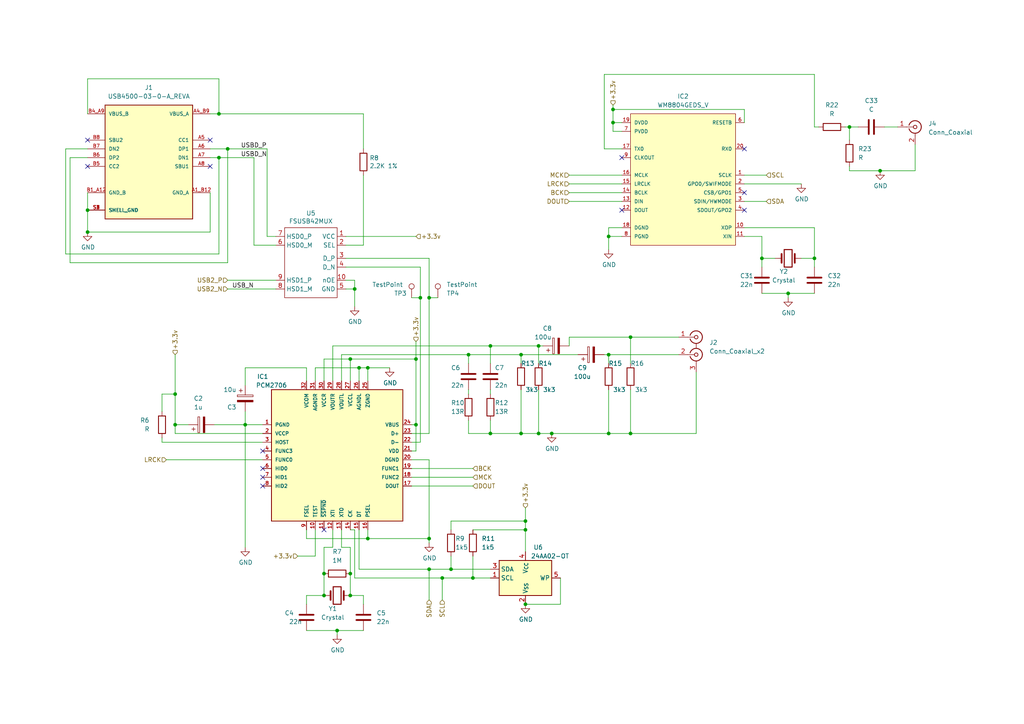
<source format=kicad_sch>
(kicad_sch (version 20230121) (generator eeschema)
  (paper "A4")
  (lib_symbols
    (symbol "CM4IO:FSUSB42MX"
      (property "Reference" "U" (at -7.62 20.32 0))
      (property "Value" "FSUSB42MX" (at -2.54 -2.54 0))
      (symbol "FSUSB42MX_0_0"
        (pin power_in line (at 8.89 16.51 180) (length 2.54) (name "VCC") (number "1"))
        (pin input line (at 8.89 3.81 180) (length 2.54) (name "nOE") (number "10"))
        (pin input line (at 8.89 13.97 180) (length 2.54) (name "SEL") (number "2"))
        (pin bidirectional line (at 8.89 10.16 180) (length 2.54) (name "D_P") (number "3"))
        (pin bidirectional line (at 8.89 7.62 180) (length 2.54) (name "D_N") (number "4"))
        (pin power_in line (at 8.89 1.27 180) (length 2.54) (name "GND") (number "5"))
        (pin bidirectional line (at -11.43 13.97 0) (length 2.54) (name "HSD0_M") (number "6"))
        (pin bidirectional line (at -11.43 16.51 0) (length 2.54) (name "HSD0_P") (number "7"))
        (pin bidirectional line (at -11.43 1.27 0) (length 2.54) (name "HSD1_M") (number "8"))
        (pin bidirectional line (at -11.43 3.81 0) (length 2.54) (name "HSD1_P") (number "9"))
      )
      (symbol "FSUSB42MX_0_1"
        (rectangle (start -8.89 19.05) (end 6.35 -1.27))
      )
    )
    (symbol "Connector:Conn_Coaxial" (pin_names (offset 1.016) hide)
      (property "Reference" "J" (at 0.254 3.048 0))
      (property "Value" "Conn_Coaxial" (at 2.921 0 90))
      (symbol "Conn_Coaxial_0_1"
        (arc (start -1.778 -0.508) (mid 0.2311 -1.8066) (end 1.778 0) (stroke (width 0.254)))
        (polyline (pts (xy -2.54 0) (xy -0.508 0)))
        (polyline (pts (xy 0 -2.54) (xy 0 -1.778)))
        (circle (center 0 0) (radius 0.508) (stroke (width 0.2032)))
        (arc (start 1.778 0) (mid 0.2099 1.8101) (end -1.778 0.508) (stroke (width 0.254)))
      )
      (symbol "Conn_Coaxial_1_1"
        (pin passive line (at -5.08 0 0) (length 2.54) (name "In") (number "1"))
        (pin passive line (at 0 -5.08 90) (length 2.54) (name "Ext") (number "2"))
      )
    )
    (symbol "Connector:Conn_Coaxial_x2" (pin_names (offset 1.016) hide)
      (property "Reference" "J" (at 0 5.715 0))
      (property "Value" "Conn_Coaxial_x2" (at 2.921 0 90))
      (symbol "Conn_Coaxial_x2_0_1"
        (arc (start -1.778 -3.048) (mid 0.2311 -4.3466) (end 1.778 -2.54) (stroke (width 0.254)))
        (arc (start -1.778 2.032) (mid 0.2311 0.7334) (end 1.778 2.54) (stroke (width 0.254)))
        (circle (center 0 -2.54) (radius 0.508) (stroke (width 0.2032)))
        (polyline (pts (xy -2.54 -2.54) (xy -0.508 -2.54)))
        (polyline (pts (xy -2.54 2.54) (xy -0.508 2.54)))
        (polyline (pts (xy 0 -5.08) (xy 0 -4.318)))
        (polyline (pts (xy 0 0.762) (xy 0 -0.635)))
        (circle (center 0 2.54) (radius 0.508) (stroke (width 0.2032)))
        (arc (start 1.778 -2.54) (mid 0.2099 -0.7299) (end -1.778 -2.032) (stroke (width 0.254)))
        (arc (start 1.778 2.54) (mid 0.2099 4.3501) (end -1.778 3.048) (stroke (width 0.254)))
      )
      (symbol "Conn_Coaxial_x2_1_1"
        (pin passive line (at -5.08 2.54 0) (length 2.54) (name "IN1") (number "1"))
        (pin passive line (at -5.08 -2.54 0) (length 2.54) (name "IN2") (number "2"))
        (pin passive line (at 0 -7.62 90) (length 2.54) (name "EXT") (number "3"))
      )
    )
    (symbol "Connector:TestPoint" (pin_numbers hide) (pin_names (offset 0.762) hide)
      (property "Reference" "TP" (at 0 6.858 0))
      (property "Value" "TestPoint" (at 0 5.08 0))
      (symbol "TestPoint_0_1"
        (circle (center 0 3.302) (radius 0.762))
      )
      (symbol "TestPoint_1_1"
        (pin passive line (at 0 0 90) (length 2.54) (name "1") (number "1"))
      )
    )
    (symbol "Device:C" (pin_numbers hide) (pin_names (offset 0.254))
      (property "Reference" "C" (at 0.635 2.54 0))
      (property "Value" "C" (at 0.635 -2.54 0))
      (symbol "C_0_1"
        (polyline (pts (xy -2.032 -0.762) (xy 2.032 -0.762)) (stroke (width 0.508)))
        (polyline (pts (xy -2.032 0.762) (xy 2.032 0.762)) (stroke (width 0.508)))
      )
      (symbol "C_1_1"
        (pin passive line (at 0 3.81 270) (length 2.794) (name "~") (number "1"))
        (pin passive line (at 0 -3.81 90) (length 2.794) (name "~") (number "2"))
      )
    )
    (symbol "Device:C_Polarized" (pin_numbers hide) (pin_names (offset 0.254))
      (property "Reference" "C" (at 0.635 2.54 0))
      (property "Value" "C_Polarized" (at 0.635 -2.54 0))
      (symbol "C_Polarized_0_1"
        (rectangle (start -2.286 0.508) (end 2.286 1.016))
        (polyline (pts (xy -1.778 2.286) (xy -0.762 2.286)))
        (polyline (pts (xy -1.27 2.794) (xy -1.27 1.778)))
        (rectangle (start 2.286 -0.508) (end -2.286 -1.016) (fill (type outline)))
      )
      (symbol "C_Polarized_1_1"
        (pin passive line (at 0 3.81 270) (length 2.794) (name "~") (number "1"))
        (pin passive line (at 0 -3.81 90) (length 2.794) (name "~") (number "2"))
      )
    )
    (symbol "Device:Crystal" (pin_numbers hide) (pin_names (offset 1.016) hide)
      (property "Reference" "Y" (at 0 3.81 0))
      (property "Value" "Crystal" (at 0 -3.81 0))
      (symbol "Crystal_0_1"
        (rectangle (start -1.143 2.54) (end 1.143 -2.54) (stroke (width 0.3048)))
        (polyline (pts (xy -2.54 0) (xy -1.905 0)))
        (polyline (pts (xy -1.905 -1.27) (xy -1.905 1.27)) (stroke (width 0.508)))
        (polyline (pts (xy 1.905 -1.27) (xy 1.905 1.27)) (stroke (width 0.508)))
        (polyline (pts (xy 2.54 0) (xy 1.905 0)))
      )
      (symbol "Crystal_1_1"
        (pin passive line (at -3.81 0 0) (length 1.27) (name "1") (number "1"))
        (pin passive line (at 3.81 0 180) (length 1.27) (name "2") (number "2"))
      )
    )
    (symbol "Device:R" (pin_numbers hide) (pin_names (offset 0))
      (property "Reference" "R" (at 2.032 0 90))
      (property "Value" "R" (at 0 0 90))
      (symbol "R_0_1"
        (rectangle (start -1.016 -2.54) (end 1.016 2.54) (stroke (width 0.254)))
      )
      (symbol "R_1_1"
        (pin passive line (at 0 3.81 270) (length 1.27) (name "~") (number "1"))
        (pin passive line (at 0 -3.81 90) (length 1.27) (name "~") (number "2"))
      )
    )
    (symbol "Memory_EEPROM:24AA02-OT"
      (property "Reference" "U" (at -7.62 6.35 0))
      (property "Value" "24AA02-OT" (at 2.54 -6.35 0))
      (symbol "24AA02-OT_1_1"
        (rectangle (start -7.62 5.08) (end 7.62 -5.08) (stroke (width 0.254)) (fill (type background)))
        (pin input line (at 10.16 0 180) (length 2.54) (name "SCL") (number "1"))
        (pin power_in line (at 0 -7.62 90) (length 2.54) (name "V_{SS}") (number "2"))
        (pin bidirectional line (at 10.16 2.54 180) (length 2.54) (name "SDA") (number "3"))
        (pin power_in line (at 0 7.62 270) (length 2.54) (name "V_{CC}") (number "4"))
        (pin input line (at -10.16 0 0) (length 2.54) (name "WP") (number "5"))
      )
    )
    (symbol "PCM2706:PCM2706" (pin_names (offset 1.016))
      (property "Reference" "IC" (at -5.08 1.27 0))
      (property "Value" "PCM2706" (at -5.08 -2.54 0))
      (symbol "PCM2706_0_0"
        (rectangle (start -20.32 -20.32) (end 17.78 17.78) (stroke (width 0.254)) (fill (type background)))
        (pin power_in line (at -22.86 7.62 0) (length 2.54) (name "PGND") (number "1"))
        (pin input line (at -7.62 -22.86 90) (length 2.54) (name "TEST") (number "10"))
        (pin output line (at -5.08 -22.86 90) (length 2.54) (name "~{SSPND}") (number "11"))
        (pin input line (at -2.54 -22.86 90) (length 2.54) (name "XTI") (number "12"))
        (pin output line (at 0 -22.86 90) (length 2.54) (name "XTO") (number "13"))
        (pin output line (at 2.54 -22.86 90) (length 2.54) (name "CK") (number "14"))
        (pin bidirectional line (at 5.08 -22.86 90) (length 2.54) (name "DT") (number "15"))
        (pin input line (at 7.62 -22.86 90) (length 2.54) (name "PSEL") (number "16"))
        (pin output line (at 20.32 -10.16 180) (length 2.54) (name "DOUT") (number "17"))
        (pin bidirectional line (at 20.32 -7.62 180) (length 2.54) (name "FUNC2") (number "18"))
        (pin bidirectional line (at 20.32 -5.08 180) (length 2.54) (name "FUNC1") (number "19"))
        (pin power_in line (at -22.86 5.08 0) (length 2.54) (name "VCCP") (number "2"))
        (pin power_in line (at 20.32 -2.54 180) (length 2.54) (name "DGND") (number "20"))
        (pin power_in line (at 20.32 0 180) (length 2.54) (name "VDD") (number "21"))
        (pin bidirectional line (at 20.32 2.54 180) (length 2.54) (name "D-") (number "22"))
        (pin bidirectional line (at 20.32 5.08 180) (length 2.54) (name "D+") (number "23"))
        (pin power_in line (at 20.32 7.62 180) (length 2.54) (name "VBUS") (number "24"))
        (pin power_in line (at 7.62 20.32 270) (length 2.54) (name "ZGND") (number "25"))
        (pin power_in line (at 5.08 20.32 270) (length 2.54) (name "AGNDL") (number "26"))
        (pin power_in line (at 2.54 20.32 270) (length 2.54) (name "VCCL") (number "27"))
        (pin output line (at 0 20.32 270) (length 2.54) (name "VOUTL") (number "28"))
        (pin output line (at -2.54 20.32 270) (length 2.54) (name "VOUTR") (number "29"))
        (pin input line (at -22.86 2.54 0) (length 2.54) (name "HOST") (number "3"))
        (pin power_in line (at -5.08 20.32 270) (length 2.54) (name "VCCR") (number "30"))
        (pin power_in line (at -7.62 20.32 270) (length 2.54) (name "AGNDR") (number "31"))
        (pin power_in line (at -10.16 20.32 270) (length 2.54) (name "VCOM") (number "32"))
        (pin input line (at -22.86 0 0) (length 2.54) (name "FUNC3") (number "4"))
        (pin bidirectional line (at -22.86 -2.54 0) (length 2.54) (name "FUNC0") (number "5"))
        (pin input line (at -22.86 -5.08 0) (length 2.54) (name "HID0") (number "6"))
        (pin input line (at -22.86 -7.62 0) (length 2.54) (name "HID1") (number "7"))
        (pin input line (at -22.86 -10.16 0) (length 2.54) (name "HID2") (number "8"))
        (pin input line (at -10.16 -22.86 90) (length 2.54) (name "FSEL") (number "9"))
      )
    )
    (symbol "USB4500-03-0-A_REVA:USB4500-03-0-A_REVA" (pin_names (offset 1.016))
      (property "Reference" "J" (at -12.7 16.002 0))
      (property "Value" "USB4500-03-0-A_REVA" (at -12.7 -18.542 0))
      (symbol "USB4500-03-0-A_REVA_0_0"
        (rectangle (start -12.7 -17.78) (end 12.7 15.24) (stroke (width 0.254)) (fill (type background)))
        (pin power_in line (at -17.78 -10.16 0) (length 5.08) (name "GND_A") (number "A1_B12"))
        (pin power_in line (at -17.78 12.7 0) (length 5.08) (name "VBUS_A") (number "A4_B9"))
        (pin bidirectional line (at -17.78 5.08 0) (length 5.08) (name "CC1") (number "A5"))
        (pin bidirectional line (at -17.78 2.54 0) (length 5.08) (name "DP1") (number "A6"))
        (pin bidirectional line (at -17.78 0 0) (length 5.08) (name "DN1") (number "A7"))
        (pin bidirectional line (at -17.78 -2.54 0) (length 5.08) (name "SBU1") (number "A8"))
        (pin power_in line (at 17.78 -10.16 180) (length 5.08) (name "GND_B") (number "B1_A12"))
        (pin power_in line (at 17.78 12.7 180) (length 5.08) (name "VBUS_B") (number "B4_A9"))
        (pin bidirectional line (at 17.78 -2.54 180) (length 5.08) (name "CC2") (number "B5"))
        (pin bidirectional line (at 17.78 0 180) (length 5.08) (name "DP2") (number "B6"))
        (pin bidirectional line (at 17.78 2.54 180) (length 5.08) (name "DN2") (number "B7"))
        (pin bidirectional line (at 17.78 5.08 180) (length 5.08) (name "SBU2") (number "B8"))
        (pin power_in line (at 17.78 -15.24 180) (length 5.08) (name "SHELL_GND") (number "S1"))
        (pin power_in line (at 17.78 -15.24 180) (length 5.08) (name "SHELL_GND") (number "S2"))
        (pin power_in line (at 17.78 -15.24 180) (length 5.08) (name "SHELL_GND") (number "S3"))
        (pin power_in line (at 17.78 -15.24 180) (length 5.08) (name "SHELL_GND") (number "S4"))
      )
    )
    (symbol "WM8804GEDS_V:WM8804GEDS_V" (pin_names (offset 1.016))
      (property "Reference" "IC" (at -15.24 13.97 0))
      (property "Value" "WM8804GEDS_V" (at -15.24 -27.94 0))
      (symbol "WM8804GEDS_V_0_0"
        (rectangle (start -15.24 -25.4) (end 15.24 12.7) (stroke (width 0.1524)) (fill (type background)))
        (pin bidirectional line (at -17.78 -5.08 0) (length 2.54) (name "SCLK") (number "1"))
        (pin bidirectional line (at -17.78 -20.32 0) (length 2.54) (name "XOP") (number "10"))
        (pin bidirectional line (at -17.78 -22.86 0) (length 2.54) (name "XIN") (number "11"))
        (pin bidirectional line (at 17.78 -15.24 180) (length 2.54) (name "DOUT") (number "12"))
        (pin bidirectional line (at 17.78 -12.7 180) (length 2.54) (name "DIN") (number "13"))
        (pin bidirectional line (at 17.78 -10.16 180) (length 2.54) (name "BCLK") (number "14"))
        (pin bidirectional line (at 17.78 -7.62 180) (length 2.54) (name "LRCLK") (number "15"))
        (pin bidirectional line (at 17.78 -5.08 180) (length 2.54) (name "MCLK") (number "16"))
        (pin bidirectional line (at 17.78 2.54 180) (length 2.54) (name "TX0") (number "17"))
        (pin bidirectional line (at 17.78 -20.32 180) (length 2.54) (name "DGND") (number "18"))
        (pin bidirectional line (at 17.78 10.16 180) (length 2.54) (name "DVDD") (number "19"))
        (pin bidirectional line (at -17.78 -7.62 0) (length 2.54) (name "GPO0/SWIFMODE") (number "2"))
        (pin bidirectional line (at -17.78 2.54 0) (length 2.54) (name "RX0") (number "20"))
        (pin bidirectional line (at -17.78 -12.7 0) (length 2.54) (name "SDIN/HWMODE") (number "3"))
        (pin bidirectional line (at -17.78 -15.24 0) (length 2.54) (name "SDOUT/GPO2") (number "4"))
        (pin bidirectional line (at -17.78 -10.16 0) (length 2.54) (name "CSB/GPO1") (number "5"))
        (pin bidirectional line (at -17.78 10.16 0) (length 2.54) (name "RESETB") (number "6"))
        (pin bidirectional line (at 17.78 7.62 180) (length 2.54) (name "PVDD") (number "7"))
        (pin bidirectional line (at 17.78 -22.86 180) (length 2.54) (name "PGND") (number "8"))
        (pin bidirectional line (at 17.78 0 180) (length 2.54) (name "CLKOUT") (number "9"))
      )
    )
    (symbol "power:GND" (power) (pin_names (offset 0))
      (property "Value" "GND" (at 0 -3.81 0))
      (symbol "GND_0_1"
        (polyline (pts (xy 0 0) (xy 0 -1.27) (xy 1.27 -1.27) (xy 0 -2.54) (xy -1.27 -1.27) (xy 0 -1.27)))
      )
      (symbol "GND_1_1"
        (pin power_in line (at 0 0 270) (length 0) hide (name "GND") (number "1"))
      )
    )
  )
  (junction (at 66.04 43.18))
  (junction (at 50.8 123.19))
  (junction (at 124.46 165.1))
  (junction (at 137.16 167.64))
  (junction (at 176.53 125.73))
  (junction (at 182.88 97.79))
  (junction (at 177.8 35.56))
  (junction (at 93.98 166.37))
  (junction (at 151.13 102.87))
  (junction (at 135.89 102.87))
  (junction (at 156.21 125.73))
  (junction (at 160.02 125.73))
  (junction (at 104.14 106.68))
  (junction (at 151.13 125.73))
  (junction (at 120.65 123.19))
  (junction (at 156.21 100.33))
  (junction (at 152.4 151.13))
  (junction (at 152.4 153.67))
  (junction (at 71.12 123.19))
  (junction (at 246.38 36.83))
  (junction (at 176.53 102.87))
  (junction (at 25.4 60.96))
  (junction (at 228.6 85.09))
  (junction (at 93.98 172.72))
  (junction (at 101.6 166.37))
  (junction (at 106.68 106.68))
  (junction (at 121.92 86.36))
  (junction (at 102.87 83.82))
  (junction (at 63.5 33.02))
  (junction (at 142.24 100.33))
  (junction (at 25.4 67.31))
  (junction (at 220.98 74.93))
  (junction (at 130.81 165.1))
  (junction (at 152.4 175.26))
  (junction (at 128.27 167.64))
  (junction (at 101.6 172.72))
  (junction (at 120.65 104.14))
  (junction (at 106.68 156.21))
  (junction (at 124.46 156.21))
  (junction (at 50.8 114.3))
  (junction (at 142.24 125.73))
  (junction (at 182.88 125.73))
  (junction (at 177.8 31.75))
  (junction (at 97.79 182.88))
  (junction (at 236.22 74.93))
  (junction (at 255.27 49.53))
  (junction (at 101.6 104.14))
  (junction (at 63.5 45.72))
  (junction (at 176.53 68.58))
  (junction (at 124.46 86.36))
  (no_connect (at 76.2 130.81))
  (no_connect (at 215.9 55.88))
  (no_connect (at 60.96 40.64))
  (no_connect (at 93.98 153.67))
  (no_connect (at 76.2 140.97))
  (no_connect (at 25.4 40.64))
  (no_connect (at 25.4 48.26))
  (no_connect (at 215.9 60.96))
  (no_connect (at 76.2 138.43))
  (no_connect (at 215.9 43.18))
  (no_connect (at 60.96 48.26))
  (no_connect (at 180.34 60.96))
  (no_connect (at 76.2 135.89))
  (no_connect (at 180.34 45.72))
  (wire (pts (xy 156.21 125.73) (xy 160.02 125.73)))
  (wire (pts (xy 99.06 110.49) (xy 99.06 102.87)))
  (wire (pts (xy 63.5 22.86) (xy 63.5 33.02)))
  (wire (pts (xy 19.05 73.66) (xy 19.05 43.18)))
  (wire (pts (xy 246.38 36.83) (xy 246.38 40.64)))
  (wire (pts (xy 176.53 102.87) (xy 196.85 102.87)))
  (wire (pts (xy 177.8 38.1) (xy 180.34 38.1)))
  (wire (pts (xy 119.38 135.89) (xy 137.16 135.89)))
  (wire (pts (xy 97.79 182.88) (xy 97.79 184.15)))
  (wire (pts (xy 177.8 35.56) (xy 177.8 38.1)))
  (wire (pts (xy 128.27 167.64) (xy 137.16 167.64)))
  (wire (pts (xy 176.53 102.87) (xy 176.53 105.41)))
  (wire (pts (xy 96.52 100.33) (xy 96.52 110.49)))
  (wire (pts (xy 100.33 74.93) (xy 124.46 74.93)))
  (wire (pts (xy 182.88 125.73) (xy 182.88 113.03)))
  (wire (pts (xy 236.22 66.04) (xy 236.22 74.93)))
  (wire (pts (xy 50.8 123.19) (xy 54.61 123.19)))
  (wire (pts (xy 137.16 153.67) (xy 152.4 153.67)))
  (wire (pts (xy 142.24 125.73) (xy 151.13 125.73)))
  (wire (pts (xy 130.81 165.1) (xy 142.24 165.1)))
  (wire (pts (xy 177.8 31.75) (xy 215.9 31.75)))
  (wire (pts (xy 99.06 153.67) (xy 99.06 158.75)))
  (wire (pts (xy 88.9 156.21) (xy 106.68 156.21)))
  (wire (pts (xy 180.34 66.04) (xy 176.53 66.04)))
  (wire (pts (xy 50.8 125.73) (xy 76.2 125.73)))
  (wire (pts (xy 25.4 33.02) (xy 25.4 22.86)))
  (wire (pts (xy 63.5 33.02) (xy 105.41 33.02)))
  (wire (pts (xy 130.81 153.67) (xy 130.81 151.13)))
  (wire (pts (xy 119.38 123.19) (xy 120.65 123.19)))
  (wire (pts (xy 66.04 83.82) (xy 80.01 83.82)))
  (wire (pts (xy 156.21 100.33) (xy 156.21 105.41)))
  (wire (pts (xy 215.9 68.58) (xy 220.98 68.58)))
  (wire (pts (xy 104.14 106.68) (xy 104.14 110.49)))
  (wire (pts (xy 91.44 161.29) (xy 86.36 161.29)))
  (wire (pts (xy 119.38 140.97) (xy 137.16 140.97)))
  (wire (pts (xy 177.8 30.48) (xy 177.8 31.75)))
  (wire (pts (xy 88.9 106.68) (xy 71.12 106.68)))
  (wire (pts (xy 124.46 165.1) (xy 124.46 173.99)))
  (wire (pts (xy 176.53 68.58) (xy 180.34 68.58)))
  (wire (pts (xy 102.87 81.28) (xy 102.87 83.82)))
  (wire (pts (xy 46.99 114.3) (xy 50.8 114.3)))
  (wire (pts (xy 99.06 158.75) (xy 101.6 158.75)))
  (wire (pts (xy 135.89 121.92) (xy 135.89 125.73)))
  (wire (pts (xy 236.22 21.59) (xy 236.22 36.83)))
  (wire (pts (xy 176.53 125.73) (xy 182.88 125.73)))
  (wire (pts (xy 245.11 36.83) (xy 246.38 36.83)))
  (wire (pts (xy 120.65 123.19) (xy 120.65 130.81)))
  (wire (pts (xy 71.12 123.19) (xy 71.12 158.75)))
  (wire (pts (xy 215.9 31.75) (xy 215.9 35.56)))
  (wire (pts (xy 71.12 119.38) (xy 71.12 123.19)))
  (wire (pts (xy 20.32 76.2) (xy 20.32 45.72)))
  (wire (pts (xy 175.26 43.18) (xy 180.34 43.18)))
  (wire (pts (xy 100.33 81.28) (xy 102.87 81.28)))
  (wire (pts (xy 236.22 74.93) (xy 236.22 77.47)))
  (wire (pts (xy 124.46 156.21) (xy 124.46 157.48)))
  (wire (pts (xy 215.9 53.34) (xy 232.41 53.34)))
  (wire (pts (xy 91.44 106.68) (xy 91.44 110.49)))
  (wire (pts (xy 46.99 119.38) (xy 46.99 114.3)))
  (wire (pts (xy 106.68 106.68) (xy 104.14 106.68)))
  (wire (pts (xy 104.14 106.68) (xy 91.44 106.68)))
  (wire (pts (xy 106.68 156.21) (xy 124.46 156.21)))
  (wire (pts (xy 99.06 102.87) (xy 135.89 102.87)))
  (wire (pts (xy 177.8 35.56) (xy 180.34 35.56)))
  (wire (pts (xy 101.6 172.72) (xy 105.41 172.72)))
  (wire (pts (xy 165.1 100.33) (xy 165.1 97.79)))
  (wire (pts (xy 142.24 100.33) (xy 156.21 100.33)))
  (wire (pts (xy 201.93 125.73) (xy 182.88 125.73)))
  (wire (pts (xy 160.02 125.73) (xy 176.53 125.73)))
  (wire (pts (xy 265.43 41.91) (xy 265.43 49.53)))
  (wire (pts (xy 236.22 36.83) (xy 237.49 36.83)))
  (wire (pts (xy 182.88 97.79) (xy 182.88 105.41)))
  (wire (pts (xy 121.92 77.47) (xy 121.92 86.36)))
  (wire (pts (xy 113.03 106.68) (xy 106.68 106.68)))
  (wire (pts (xy 88.9 172.72) (xy 88.9 175.26)))
  (wire (pts (xy 165.1 97.79) (xy 182.88 97.79)))
  (wire (pts (xy 156.21 113.03) (xy 156.21 125.73)))
  (wire (pts (xy 165.1 53.34) (xy 180.34 53.34)))
  (wire (pts (xy 176.53 68.58) (xy 176.53 72.39)))
  (wire (pts (xy 152.4 151.13) (xy 152.4 153.67)))
  (wire (pts (xy 102.87 167.64) (xy 128.27 167.64)))
  (wire (pts (xy 100.33 83.82) (xy 102.87 83.82)))
  (wire (pts (xy 25.4 55.88) (xy 25.4 60.96)))
  (wire (pts (xy 96.52 153.67) (xy 96.52 158.75)))
  (wire (pts (xy 77.47 43.18) (xy 77.47 68.58)))
  (wire (pts (xy 175.26 21.59) (xy 175.26 43.18)))
  (wire (pts (xy 182.88 97.79) (xy 196.85 97.79)))
  (wire (pts (xy 151.13 113.03) (xy 151.13 125.73)))
  (wire (pts (xy 60.96 33.02) (xy 63.5 33.02)))
  (wire (pts (xy 60.96 67.31) (xy 25.4 67.31)))
  (wire (pts (xy 119.38 125.73) (xy 124.46 125.73)))
  (wire (pts (xy 152.4 147.32) (xy 152.4 151.13)))
  (wire (pts (xy 215.9 66.04) (xy 236.22 66.04)))
  (wire (pts (xy 121.92 128.27) (xy 119.38 128.27)))
  (wire (pts (xy 246.38 36.83) (xy 248.92 36.83)))
  (wire (pts (xy 20.32 45.72) (xy 25.4 45.72)))
  (wire (pts (xy 101.6 104.14) (xy 93.98 104.14)))
  (wire (pts (xy 215.9 50.8) (xy 222.25 50.8)))
  (wire (pts (xy 120.65 104.14) (xy 120.65 123.19)))
  (wire (pts (xy 62.23 123.19) (xy 71.12 123.19)))
  (wire (pts (xy 224.79 74.93) (xy 220.98 74.93)))
  (wire (pts (xy 105.41 182.88) (xy 97.79 182.88)))
  (wire (pts (xy 76.2 123.19) (xy 71.12 123.19)))
  (wire (pts (xy 142.24 113.03) (xy 142.24 114.3)))
  (wire (pts (xy 135.89 102.87) (xy 135.89 105.41)))
  (wire (pts (xy 106.68 106.68) (xy 106.68 110.49)))
  (wire (pts (xy 137.16 161.29) (xy 137.16 167.64)))
  (wire (pts (xy 135.89 113.03) (xy 135.89 114.3)))
  (wire (pts (xy 71.12 106.68) (xy 71.12 111.76)))
  (wire (pts (xy 130.81 161.29) (xy 130.81 165.1)))
  (wire (pts (xy 100.33 77.47) (xy 121.92 77.47)))
  (wire (pts (xy 165.1 55.88) (xy 180.34 55.88)))
  (wire (pts (xy 105.41 50.8) (xy 105.41 71.12)))
  (wire (pts (xy 124.46 86.36) (xy 127 86.36)))
  (wire (pts (xy 77.47 68.58) (xy 80.01 68.58)))
  (wire (pts (xy 119.38 133.35) (xy 124.46 133.35)))
  (wire (pts (xy 102.87 153.67) (xy 102.87 167.64)))
  (wire (pts (xy 162.56 175.26) (xy 152.4 175.26)))
  (wire (pts (xy 91.44 153.67) (xy 91.44 161.29)))
  (wire (pts (xy 25.4 67.31) (xy 25.4 60.96)))
  (wire (pts (xy 60.96 45.72) (xy 63.5 45.72)))
  (wire (pts (xy 66.04 43.18) (xy 77.47 43.18)))
  (wire (pts (xy 165.1 50.8) (xy 180.34 50.8)))
  (wire (pts (xy 176.53 113.03) (xy 176.53 125.73)))
  (wire (pts (xy 25.4 22.86) (xy 63.5 22.86)))
  (wire (pts (xy 120.65 99.06) (xy 120.65 104.14)))
  (wire (pts (xy 265.43 49.53) (xy 255.27 49.53)))
  (wire (pts (xy 135.89 125.73) (xy 142.24 125.73)))
  (wire (pts (xy 96.52 100.33) (xy 142.24 100.33)))
  (wire (pts (xy 50.8 123.19) (xy 50.8 125.73)))
  (wire (pts (xy 130.81 151.13) (xy 152.4 151.13)))
  (wire (pts (xy 73.66 45.72) (xy 73.66 71.12)))
  (wire (pts (xy 201.93 107.95) (xy 201.93 125.73)))
  (wire (pts (xy 66.04 81.28) (xy 80.01 81.28)))
  (wire (pts (xy 101.6 166.37) (xy 101.6 172.72)))
  (wire (pts (xy 177.8 31.75) (xy 177.8 35.56)))
  (wire (pts (xy 120.65 104.14) (xy 101.6 104.14)))
  (wire (pts (xy 100.33 68.58) (xy 120.65 68.58)))
  (wire (pts (xy 60.96 43.18) (xy 66.04 43.18)))
  (wire (pts (xy 105.41 71.12) (xy 100.33 71.12)))
  (wire (pts (xy 124.46 133.35) (xy 124.46 156.21)))
  (wire (pts (xy 256.54 36.83) (xy 260.35 36.83)))
  (wire (pts (xy 124.46 165.1) (xy 130.81 165.1)))
  (wire (pts (xy 142.24 100.33) (xy 142.24 105.41)))
  (wire (pts (xy 88.9 182.88) (xy 97.79 182.88)))
  (wire (pts (xy 162.56 167.64) (xy 162.56 175.26)))
  (wire (pts (xy 246.38 49.53) (xy 246.38 48.26)))
  (wire (pts (xy 102.87 83.82) (xy 102.87 88.9)))
  (wire (pts (xy 220.98 68.58) (xy 220.98 74.93)))
  (wire (pts (xy 151.13 125.73) (xy 156.21 125.73)))
  (wire (pts (xy 124.46 86.36) (xy 124.46 125.73)))
  (wire (pts (xy 165.1 58.42) (xy 180.34 58.42)))
  (wire (pts (xy 104.14 165.1) (xy 124.46 165.1)))
  (wire (pts (xy 121.92 86.36) (xy 121.92 128.27)))
  (wire (pts (xy 50.8 102.87) (xy 50.8 114.3)))
  (wire (pts (xy 104.14 153.67) (xy 104.14 165.1)))
  (wire (pts (xy 50.8 114.3) (xy 50.8 123.19)))
  (wire (pts (xy 124.46 74.93) (xy 124.46 86.36)))
  (wire (pts (xy 88.9 110.49) (xy 88.9 106.68)))
  (wire (pts (xy 73.66 71.12) (xy 80.01 71.12)))
  (wire (pts (xy 46.99 128.27) (xy 46.99 127)))
  (wire (pts (xy 176.53 66.04) (xy 176.53 68.58)))
  (wire (pts (xy 137.16 167.64) (xy 142.24 167.64)))
  (wire (pts (xy 105.41 33.02) (xy 105.41 43.18)))
  (wire (pts (xy 236.22 21.59) (xy 175.26 21.59)))
  (wire (pts (xy 119.38 86.36) (xy 121.92 86.36)))
  (wire (pts (xy 66.04 76.2) (xy 20.32 76.2)))
  (wire (pts (xy 215.9 58.42) (xy 222.25 58.42)))
  (wire (pts (xy 228.6 85.09) (xy 228.6 86.36)))
  (wire (pts (xy 93.98 158.75) (xy 93.98 166.37)))
  (wire (pts (xy 151.13 102.87) (xy 167.64 102.87)))
  (wire (pts (xy 93.98 166.37) (xy 93.98 172.72)))
  (wire (pts (xy 88.9 153.67) (xy 88.9 156.21)))
  (wire (pts (xy 60.96 55.88) (xy 60.96 67.31)))
  (wire (pts (xy 220.98 74.93) (xy 220.98 77.47)))
  (wire (pts (xy 76.2 128.27) (xy 46.99 128.27)))
  (wire (pts (xy 220.98 85.09) (xy 228.6 85.09)))
  (wire (pts (xy 63.5 45.72) (xy 63.5 73.66)))
  (wire (pts (xy 128.27 167.64) (xy 128.27 173.99)))
  (wire (pts (xy 105.41 172.72) (xy 105.41 175.26)))
  (wire (pts (xy 119.38 138.43) (xy 137.16 138.43)))
  (wire (pts (xy 96.52 158.75) (xy 93.98 158.75)))
  (wire (pts (xy 93.98 172.72) (xy 88.9 172.72)))
  (wire (pts (xy 175.26 102.87) (xy 176.53 102.87)))
  (wire (pts (xy 93.98 104.14) (xy 93.98 110.49)))
  (wire (pts (xy 101.6 158.75) (xy 101.6 166.37)))
  (wire (pts (xy 48.26 133.35) (xy 76.2 133.35)))
  (wire (pts (xy 142.24 121.92) (xy 142.24 125.73)))
  (wire (pts (xy 101.6 153.67) (xy 102.87 153.67)))
  (wire (pts (xy 255.27 49.53) (xy 246.38 49.53)))
  (wire (pts (xy 101.6 104.14) (xy 101.6 110.49)))
  (wire (pts (xy 66.04 43.18) (xy 66.04 76.2)))
  (wire (pts (xy 106.68 153.67) (xy 106.68 156.21)))
  (wire (pts (xy 19.05 43.18) (xy 25.4 43.18)))
  (wire (pts (xy 232.41 74.93) (xy 236.22 74.93)))
  (wire (pts (xy 228.6 85.09) (xy 236.22 85.09)))
  (wire (pts (xy 63.5 45.72) (xy 73.66 45.72)))
  (wire (pts (xy 156.21 100.33) (xy 157.48 100.33)))
  (wire (pts (xy 151.13 102.87) (xy 151.13 105.41)))
  (wire (pts (xy 63.5 73.66) (xy 19.05 73.66)))
  (wire (pts (xy 152.4 153.67) (xy 152.4 160.02)))
  (wire (pts (xy 135.89 102.87) (xy 151.13 102.87)))
  (wire (pts (xy 119.38 130.81) (xy 120.65 130.81)))
  (label "USBD_P" (at 69.85 43.18 0))
  (label "USBD_N" (at 69.85 45.72 0))
  (label "USB_N" (at 67.31 83.82 0))
  (hierarchical_label "LRCK" (shape input) (at 165.1 53.34 180))
  (hierarchical_label "SDA" (shape input) (at 222.25 58.42 0))
  (hierarchical_label "DOUT" (shape input) (at 165.1 58.42 180))
  (hierarchical_label "BCK" (shape input) (at 137.16 135.89 0))
  (hierarchical_label "DOUT" (shape input) (at 137.16 140.97 0))
  (hierarchical_label "USB2_P" (shape input) (at 66.04 81.28 180))
  (hierarchical_label "SDA" (shape input) (at 124.46 173.99 270))
  (hierarchical_label "+3.3v" (shape input) (at 86.36 161.29 180))
  (hierarchical_label "MCK" (shape input) (at 137.16 138.43 0))
  (hierarchical_label "SCL" (shape input) (at 222.25 50.8 0))
  (hierarchical_label "SCL" (shape input) (at 128.27 173.99 270))
  (hierarchical_label "MCK" (shape input) (at 165.1 50.8 180))
  (hierarchical_label "+3.3v" (shape input) (at 177.8 30.48 90))
  (hierarchical_label "LRCK" (shape input) (at 48.26 133.35 180))
  (hierarchical_label "+3.3v" (shape input) (at 120.65 68.58 0))
  (hierarchical_label "+3.3v" (shape input) (at 152.4 147.32 90))
  (hierarchical_label "BCK" (shape input) (at 165.1 55.88 180))
  (hierarchical_label "+3.3v" (shape input) (at 120.65 99.06 90))
  (hierarchical_label "+3.3v" (shape input) (at 50.8 102.87 90))
  (hierarchical_label "USB2_N" (shape input) (at 66.04 83.82 180))
  (symbol (lib_id "Device:C") (at 236.22 81.28 0) (unit 1)
    (property "Reference" "C32" (at 240.03 80.01 0) (effects (justify left)))
    (property "Value" "22n" (at 240.03 82.55 0) (effects (justify left)))
  )
  (symbol (lib_id "Device:R") (at 151.13 109.22 0) (unit 1)
    (property "Reference" "R13" (at 151.13 105.41 0) (effects (justify left)))
    (property "Value" "3k3" (at 152.4 113.03 0) (effects (justify left)))
  )
  (symbol (lib_id "Device:Crystal") (at 228.6 74.93 0) (unit 1)
    (property "Reference" "Y2" (at 227.33 78.74 0))
    (property "Value" "Crystal" (at 227.33 81.28 0))
  )
  (symbol (lib_id "power:GND") (at 124.46 157.48 0) (unit 1)
    (property "Reference" "#PWR016" (effects hide))
    (property "Value" "GND" (at 124.587 161.8742 0))
    (instances (project "VolumioAmp" (path "" (reference "#PWR016") (unit 1))) (project "CM4IOv5" (path "" (reference "#PWR013") (unit 1))))
  )
  (symbol (lib_id "Device:C_Polarized") (at 71.12 115.57 0) (unit 1)
    (property "Reference" "C3" (at 68.58 118.11 0) (effects (justify right)))
    (property "Value" "10u" (at 68.58 113.03 0) (effects (justify right)))
  )
  (symbol (lib_id "Device:C_Polarized") (at 171.45 102.87 90) (unit 1)
    (property "Reference" "C9" (at 168.91 106.68 90))
    (property "Value" "100u" (at 168.91 109.22 90))
  )
  (symbol (lib_id "Device:R") (at 156.21 109.22 0) (unit 1)
    (property "Reference" "R14" (at 156.21 105.41 0) (effects (justify left)))
    (property "Value" "3k3" (at 157.48 113.03 0) (effects (justify left)))
  )
  (symbol (lib_id "Device:C_Polarized") (at 58.42 123.19 90) (unit 1)
    (property "Reference" "C2" (at 57.531 115.57 90))
    (property "Value" "1u" (at 57.531 118.11 90))
  )
  (symbol (lib_id "Device:C") (at 252.73 36.83 90) (unit 1)
    (property "Reference" "C33" (at 252.73 29.21 90))
    (property "Value" "C" (at 252.73 31.75 90))
  )
  (symbol (lib_id "Connector:TestPoint") (at 119.38 86.36 0) (unit 1)
    (property "Reference" "TP3" (at 114.3 85.09 0) (effects (justify left)))
    (property "Value" "TestPoint" (at 107.95 82.55 0) (effects (justify left)))
    (property "Footprint" "TestPoint:TestPoint_Bridge_Pitch2.54mm_Drill1.0mm" (effects hide))
  )
  (symbol (lib_id "power:GND") (at 160.02 125.73 0) (unit 1)
    (property "Reference" "#PWR018" (effects hide))
    (property "Value" "GND" (at 160.147 130.1242 0))
    (instances (project "VolumioAmp" (path "" (reference "#PWR018") (unit 1))) (project "CM4IOv5" (path "" (reference "#PWR013") (unit 1))))
  )
  (symbol (lib_id "Device:R") (at 182.88 109.22 0) (unit 1)
    (property "Reference" "R16" (at 182.88 105.41 0) (effects (justify left)))
    (property "Value" "3k3" (at 184.15 113.03 0) (effects (justify left)))
  )
  (symbol (lib_id "WM8804GEDS_V:WM8804GEDS_V") (at 198.12 45.72 0) (mirror y) (unit 1)
    (property "Reference" "IC2" (at 198.12 27.94 0))
    (property "Value" "WM8804GEDS_V" (at 198.12 30.48 0))
    (property "Footprint" "Footprints:SOP65P780X200-20N" (effects hide))
    (property "MF" "Cirrus Logic" (effects hide))
    (property "Description" "\nAudio Audio Transceiver 1 Channel 20-SSOP\n" (effects hide))
    (property "Package" "SSOP-20 Wolfson" (effects hide))
    (property "Price" "None" (effects hide))
    (property "SnapEDA_Link" "https://www.snapeda.com/parts/WM8804GEDS/V/Cirrus+Logic+Inc./view-part/?ref=snap" (effects hide))
    (property "MP" "WM8804GEDS/V" (effects hide))
    (property "Purchase-URL" "https://www.snapeda.com/api/url_track_click_mouser/?unipart_id=583498&manufacturer=Cirrus Logic&part_name=WM8804GEDS/V&search_term=wm8804g" (effects hide))
    (property "Availability" "In Stock" (effects hide))
    (property "Check_prices" "https://www.snapeda.com/parts/WM8804GEDS/V/Cirrus+Logic+Inc./view-part/?ref=eda" (effects hide))
  )
  (symbol (lib_id "power:GND") (at 255.27 49.53 0) (unit 1)
    (property "Reference" "#PWR029" (effects hide))
    (property "Value" "GND" (at 255.397 53.9242 0))
    (instances (project "VolumioAmp" (path "" (reference "#PWR029") (unit 1))) (project "CM4IOv5" (path "" (reference "#PWR013") (unit 1))))
  )
  (symbol (lib_id "Device:C") (at 105.41 179.07 0) (unit 1)
    (property "Reference" "C5" (at 109.22 177.8 0) (effects (justify left)))
    (property "Value" "22n" (at 109.22 180.34 0) (effects (justify left)))
  )
  (symbol (lib_id "Memory_EEPROM:24AA02-OT") (at 152.4 167.64 0) (mirror y) (unit 1)
    (property "Reference" "U6" (at 157.48 158.75 0) (effects (justify left)))
    (property "Value" "24AA02-OT" (at 165.1 161.29 0) (effects (justify left)))
    (property "Footprint" "Package_TO_SOT_SMD:SOT-23-5" (effects hide))
    (property "Datasheet" "http://ww1.microchip.com/downloads/en/DeviceDoc/21709J.pdf" (effects hide))
  )
  (symbol (lib_id "PCM2706:PCM2706") (at 99.06 130.81 0) (unit 1)
    (property "Reference" "IC1" (at 76.2 109.22 0))
    (property "Value" "PCM2706" (at 78.74 111.76 0))
    (property "Footprint" "Libraries:TQFP32-08" (effects hide))
    (property "MF" "Burr Brown" (effects hide))
    (property "Description" "\nAudio Audio Signal Processor 2 Channel 32-TQFP (7x7)\n" (effects hide))
    (property "Package" "TQFP-32 Texas Instruments" (effects hide))
    (property "Price" "None" (effects hide))
    (property "SnapEDA_Link" "https://www.snapeda.com/parts/PCM2706/Burr+Brown/view-part/?ref=snap" (effects hide))
    (property "MP" "PCM2706" (effects hide))
    (property "Availability" "Not in stock" (effects hide))
    (property "Check_prices" "https://www.snapeda.com/parts/PCM2706/Burr+Brown/view-part/?ref=eda" (effects hide))
  )
  (symbol (lib_id "Device:R") (at 135.89 118.11 0) (unit 1)
    (property "Reference" "R10" (at 130.81 116.84 0) (effects (justify left)))
    (property "Value" "13R" (at 130.81 119.38 0) (effects (justify left)))
  )
  (symbol (lib_id "power:GND") (at 228.6 86.36 0) (unit 1)
    (property "Reference" "#PWR028" (effects hide))
    (property "Value" "GND" (at 228.727 90.7542 0))
    (instances (project "VolumioAmp" (path "" (reference "#PWR028") (unit 1))) (project "CM4IOv5" (path "" (reference "#PWR013") (unit 1))))
  )
  (symbol (lib_id "power:GND") (at 232.41 53.34 0) (unit 1)
    (property "Reference" "#PWR031" (effects hide))
    (property "Value" "GND" (at 232.537 57.7342 0))
    (instances (project "VolumioAmp" (path "" (reference "#PWR031") (unit 1))) (project "CM4IOv5" (path "" (reference "#PWR013") (unit 1))))
  )
  (symbol (lib_id "Device:R") (at 97.79 166.37 90) (unit 1)
    (property "Reference" "R7" (at 97.79 160.02 90))
    (property "Value" "1M" (at 97.79 162.56 90))
  )
  (symbol (lib_id "Connector:Conn_Coaxial") (at 265.43 36.83 0) (unit 1)
    (property "Reference" "J4" (at 269.24 35.8532 0) (effects (justify left)))
    (property "Value" "Conn_Coaxial" (at 269.24 38.3932 0) (effects (justify left)))
    (property "Datasheet" " ~" (effects hide))
  )
  (symbol (lib_id "Device:R") (at 137.16 157.48 0) (unit 1)
    (property "Reference" "R11" (at 139.7 156.21 0) (effects (justify left)))
    (property "Value" "1k5" (at 139.7 158.75 0) (effects (justify left)))
  )
  (symbol (lib_id "Device:C") (at 135.89 109.22 0) (unit 1)
    (property "Reference" "C6" (at 130.81 106.68 0) (effects (justify left)))
    (property "Value" "22n" (at 130.81 111.76 0) (effects (justify left)))
  )
  (symbol (lib_id "USB4500-03-0-A_REVA:USB4500-03-0-A_REVA") (at 43.18 45.72 0) (mirror y) (unit 1)
    (property "Reference" "J1" (at 43.18 25.4 0))
    (property "Value" "USB4500-03-0-A_REVA" (at 43.18 27.94 0))
    (property "Footprint" "USB4500-03-0-A_REVA:GCT_USB4500-03-0-A_REVA" (effects hide))
    (property "MF" "Global Connector Technology" (effects hide))
    (property "MAXIMUM_PACKAGE_HEIGHT" "2.46mm" (effects hide))
    (property "Package" "None" (effects hide))
    (property "Price" "None" (effects hide))
    (property "Check_prices" "https://www.snapeda.com/parts/USB4500-03-0-A/Global+Connector+Technology/view-part/?ref=eda" (effects hide))
    (property "STANDARD" "Manufacturer Recommendations" (effects hide))
    (property "PARTREV" "A" (effects hide))
    (property "SnapEDA_Link" "https://www.snapeda.com/parts/USB4500-03-0-A/Global+Connector+Technology/view-part/?ref=snap" (effects hide))
    (property "MP" "USB4500-03-0-A" (effects hide))
    (property "Description" "\nUSB-C (USB TYPE-C) USB 2.0 Receptacle Connector 24 (16+8 Dummy) Position Board Edge, Cutout; Surface Mount; Through Hole, Right Angle\n" (effects hide))
    (property "Availability" "In Stock" (effects hide))
    (property "MANUFACTURER" "GCT" (effects hide))
  )
  (symbol (lib_id "Device:C") (at 88.9 179.07 0) (unit 1)
    (property "Reference" "C4" (at 82.55 177.8 0) (effects (justify left)))
    (property "Value" "22n" (at 83.82 180.34 0) (effects (justify left)))
  )
  (symbol (lib_id "power:GND") (at 152.4 175.26 0) (unit 1)
    (property "Reference" "#PWR017" (effects hide))
    (property "Value" "GND" (at 152.527 179.6542 0))
    (instances (project "VolumioAmp" (path "" (reference "#PWR017") (unit 1))) (project "CM4IOv5" (path "" (reference "#PWR013") (unit 1))))
  )
  (symbol (lib_id "Device:R") (at 241.3 36.83 90) (unit 1)
    (property "Reference" "R22" (at 241.3 30.48 90))
    (property "Value" "R" (at 241.3 33.02 90))
  )
  (symbol (lib_id "power:GND") (at 176.53 72.39 0) (unit 1)
    (property "Reference" "#PWR030" (effects hide))
    (property "Value" "GND" (at 176.657 76.7842 0))
    (instances (project "VolumioAmp" (path "" (reference "#PWR030") (unit 1))) (project "CM4IOv5" (path "" (reference "#PWR013") (unit 1))))
  )
  (symbol (lib_id "Device:Crystal") (at 97.79 172.72 0) (unit 1)
    (property "Reference" "Y1" (at 96.52 176.53 0))
    (property "Value" "Crystal" (at 96.52 179.07 0))
  )
  (symbol (lib_id "Device:C") (at 220.98 81.28 0) (unit 1)
    (property "Reference" "C31" (at 214.63 80.01 0) (effects (justify left)))
    (property "Value" "22n" (at 214.63 82.55 0) (effects (justify left)))
  )
  (symbol (lib_id "Device:R") (at 246.38 44.45 0) (unit 1)
    (property "Reference" "R23" (at 248.92 43.18 0) (effects (justify left)))
    (property "Value" "R" (at 248.92 45.72 0) (effects (justify left)))
  )
  (symbol (lib_id "power:GND") (at 102.87 88.9 0) (unit 1)
    (property "Reference" "#PWR014" (effects hide))
    (property "Value" "GND" (at 102.997 93.2942 0))
    (instances (project "VolumioAmp" (path "" (reference "#PWR014") (unit 1))) (project "CM4IOv5" (path "" (reference "#PWR013") (unit 1))))
  )
  (symbol (lib_id "power:GND") (at 71.12 158.75 0) (unit 1)
    (property "Reference" "#PWR012" (effects hide))
    (property "Value" "GND" (at 71.247 163.1442 0))
    (instances (project "VolumioAmp" (path "" (reference "#PWR012") (unit 1))) (project "CM4IOv5" (path "" (reference "#PWR013") (unit 1))))
  )
  (symbol (lib_id "Connector:TestPoint") (at 127 86.36 0) (unit 1)
    (property "Reference" "TP4" (at 129.54 85.09 0) (effects (justify left)))
    (property "Value" "TestPoint" (at 129.54 82.55 0) (effects (justify left)))
    (property "Footprint" "TestPoint:TestPoint_Bridge_Pitch2.54mm_Drill1.0mm" (effects hide))
  )
  (symbol (lib_id "Device:C") (at 142.24 109.22 0) (unit 1)
    (property "Reference" "C7" (at 143.51 106.68 0) (effects (justify left)))
    (property "Value" "22n" (at 143.51 111.76 0) (effects (justify left)))
  )
  (symbol (lib_id "Device:C_Polarized") (at 161.29 100.33 90) (unit 1)
    (property "Reference" "C8" (at 158.75 95.25 90))
    (property "Value" "100u" (at 157.48 97.79 90))
  )
  (symbol (lib_id "CM4IO:FSUSB42MX") (at 91.44 85.09 0) (unit 1)
    (property "Reference" "U5" (at 90.17 61.849 0))
    (property "Value" "FSUSB42MUX" (at 90.17 64.1604 0))
    (property "Footprint" "Package_SO:MSOP-10_3x3mm_P0.5mm" (effects hide))
    (property "Datasheet" "https://www.onsemi.com/pub/Collateral/FSUSB42-D.PDF" (effects hide))
    (property "Field4" "Farnell" (effects hide))
    (property "Field5" "2564479" (effects hide))
    (property "Field6" "FSUSB42MUX" (effects hide))
    (property "Field7" "Onsemi" (effects hide))
    (property "Part Description" "USB Switch IC 1 Channel 10-MSOP" (effects hide))
    (instances (project "VolumioAmp" (path "" (reference "U5") (unit 1))) (project "CM4IOv5" (path "" (reference "U13") (unit 1))))
  )
  (symbol (lib_id "Device:R") (at 142.24 118.11 0) (unit 1)
    (property "Reference" "R12" (at 143.51 116.84 0) (effects (justify left)))
    (property "Value" "13R" (at 143.51 119.38 0) (effects (justify left)))
  )
  (symbol (lib_id "Device:R") (at 130.81 157.48 0) (unit 1)
    (property "Reference" "R9" (at 132.08 156.21 0) (effects (justify left)))
    (property "Value" "1k5" (at 132.08 158.75 0) (effects (justify left)))
  )
  (symbol (lib_id "Device:R") (at 176.53 109.22 0) (unit 1)
    (property "Reference" "R15" (at 176.53 105.41 0) (effects (justify left)))
    (property "Value" "3k3" (at 177.8 113.03 0) (effects (justify left)))
  )
  (symbol (lib_id "power:GND") (at 97.79 184.15 0) (unit 1)
    (property "Reference" "#PWR013" (effects hide))
    (property "Value" "GND" (at 97.917 188.5442 0))
  )
  (symbol (lib_id "Device:R") (at 105.41 46.99 0) (unit 1)
    (property "Reference" "R8" (at 107.188 45.8216 0) (effects (justify left)))
    (property "Value" "2.2K 1%" (at 107.188 48.133 0) (effects (justify left)))
    (property "Footprint" "Resistor_SMD:R_0402_1005Metric" (effects hide))
    (property "Datasheet" "https://fscdn.rohm.com/en/products/databook/datasheet/passive/resistor/chip_resistor/mcr-e.pdf" (effects hide))
    (property "Field4" "Farnell" (effects hide))
    (property "Field5" "9239278" (effects hide))
    (property "Field7" "KOA EUROPE GMBH" (effects hide))
    (property "Field6" "RK73G1ETQTP2201D         " (effects hide))
    (property "Part Description" "Resistor 2.2K M1005 1% 63mW" (effects hide))
    (property "Field8" "120889581" (effects hide))
  )
  (symbol (lib_id "Connector:Conn_Coaxial_x2") (at 201.93 100.33 0) (unit 1)
    (property "Reference" "J2" (at 205.74 99.3532 0) (effects (justify left)))
    (property "Value" "Conn_Coaxial_x2" (at 205.74 101.8932 0) (effects (justify left)))
    (property "Datasheet" " ~" (effects hide))
  )
  (symbol (lib_id "power:GND") (at 113.03 106.68 0) (unit 1)
    (property "Reference" "#PWR015" (effects hide))
    (property "Value" "GND" (at 113.157 111.0742 0))
    (instances (project "VolumioAmp" (path "" (reference "#PWR015") (unit 1))) (project "CM4IOv5" (path "" (reference "#PWR013") (unit 1))))
  )
  (symbol (lib_id "Device:R") (at 46.99 123.19 0) (unit 1)
    (property "Reference" "R6" (at 40.64 121.92 0) (effects (justify left)))
    (property "Value" "R" (at 41.91 124.46 0) (effects (justify left)))
  )
  (symbol (lib_id "power:GND") (at 25.4 67.31 0) (unit 1)
    (property "Reference" "#PWR011" (effects hide))
    (property "Value" "GND" (at 25.527 71.7042 0))
    (instances (project "VolumioAmp" (path "" (reference "#PWR011") (unit 1))) (project "CM4IOv5" (path "" (reference "#PWR013") (unit 1))))
  )
)
</source>
